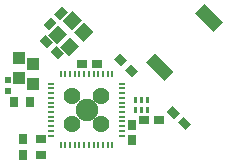
<source format=gtp>
G04 DipTrace 2.4.0.2*
%IN2dBBLE.gtp*%
%MOIN*%
%ADD19R,0.0354X0.0276*%
%ADD20R,0.0394X0.0433*%
%ADD21R,0.0276X0.0354*%
%ADD22R,0.0354X0.0295*%
%ADD25R,0.0295X0.0354*%
%ADD26R,0.0197X0.0236*%
%ADD27C,0.075*%
%ADD28C,0.0562*%
%ADD29O,0.0256X0.0079*%
%ADD30O,0.0079X0.0256*%
%FSLAX44Y44*%
G04*
G70*
G90*
G75*
G01*
%LNTopPaste*%
%LPD*%
G36*
X9104Y7606D2*
X9411Y7912D1*
X10023Y7300D1*
X9717Y6994D1*
X9104Y7606D1*
G37*
G36*
X10747Y9249D2*
X11053Y9555D1*
X11666Y8942D1*
X11359Y8636D1*
X10747Y9249D1*
G37*
G36*
X9196Y6245D2*
X9097D1*
Y6462D1*
X9196D1*
Y6245D1*
G37*
G36*
X8999D2*
X8900D1*
Y6462D1*
X8999D1*
Y6245D1*
G37*
G36*
X8802D2*
X8703D1*
Y6462D1*
X8802D1*
Y6245D1*
G37*
G36*
Y5910D2*
X8703D1*
Y6127D1*
X8802D1*
Y5910D1*
G37*
G36*
X8999D2*
X8900D1*
Y6127D1*
X8999D1*
Y5910D1*
G37*
G36*
X9196D2*
X9097D1*
Y6127D1*
X9196D1*
Y5910D1*
G37*
G36*
X6245Y9035D2*
X6051Y9230D1*
X6301Y9480D1*
X6496Y9285D1*
X6245Y9035D1*
G37*
G36*
X5884Y8673D2*
X5689Y8868D1*
X5939Y9118D1*
X6134Y8924D1*
X5884Y8673D1*
G37*
G36*
X6360Y7915D2*
X6165Y7720D1*
X5914Y7970D1*
X6109Y8165D1*
X6360Y7915D1*
G37*
G36*
X5998Y8276D2*
X5803Y8082D1*
X5552Y8332D1*
X5747Y8527D1*
X5998Y8276D1*
G37*
D19*
X9025Y5680D3*
X9537D3*
D20*
X5348Y6895D3*
Y7564D3*
D19*
X7484Y7550D3*
X6972D3*
G36*
X8396Y7368D2*
X8591Y7563D1*
X8842Y7313D1*
X8647Y7118D1*
X8396Y7368D1*
G37*
G36*
X8034Y7730D2*
X8229Y7925D1*
X8480Y7675D1*
X8285Y7480D1*
X8034Y7730D1*
G37*
D21*
X8645Y5535D3*
Y5023D3*
X5007Y5041D3*
Y4529D3*
D20*
X4862Y7073D3*
Y7742D3*
D22*
X5612Y5058D3*
Y4507D3*
D25*
X5250Y6273D3*
X4699D3*
D26*
X4520Y6642D3*
Y7036D3*
G36*
X10241Y5913D2*
X10046Y5718D1*
X9795Y5969D1*
X9990Y6164D1*
X10241Y5913D1*
G37*
G36*
X10602Y5551D2*
X10408Y5356D1*
X10157Y5607D1*
X10352Y5802D1*
X10602Y5551D1*
G37*
D27*
X7124Y6033D3*
D28*
X6655Y6502D3*
X7593D3*
Y5565D3*
X6655D3*
D29*
X5933Y6900D3*
Y6742D3*
Y6585D3*
Y6427D3*
Y6270D3*
Y6112D3*
Y5955D3*
Y5797D3*
Y5640D3*
Y5482D3*
Y5325D3*
Y5167D3*
D30*
X6258Y4842D3*
X6415D3*
X6573D3*
X6730D3*
X6888D3*
X7045D3*
X7203D3*
X7360D3*
X7518D3*
X7675D3*
X7833D3*
X7990D3*
D29*
X8315Y5167D3*
Y5325D3*
Y5482D3*
Y5640D3*
Y5797D3*
Y5955D3*
Y6112D3*
Y6270D3*
Y6427D3*
Y6585D3*
Y6742D3*
Y6900D3*
D30*
X7990Y7224D3*
X7833D3*
X7675D3*
X7518D3*
X7360D3*
X7203D3*
X7045D3*
X6888D3*
X6730D3*
X6573D3*
X6415D3*
X6258D3*
G36*
X6961Y9028D2*
X6627Y8694D1*
X6321Y9000D1*
X6655Y9334D1*
X6961Y9028D1*
G37*
G36*
X6488Y8555D2*
X6154Y8220D1*
X5847Y8527D1*
X6181Y8861D1*
X6488Y8555D1*
G37*
G36*
X6877Y8165D2*
X6543Y7831D1*
X6237Y8137D1*
X6571Y8471D1*
X6877Y8165D1*
G37*
G36*
X7351Y8638D2*
X7017Y8304D1*
X6710Y8610D1*
X7044Y8944D1*
X7351Y8638D1*
G37*
M02*

</source>
